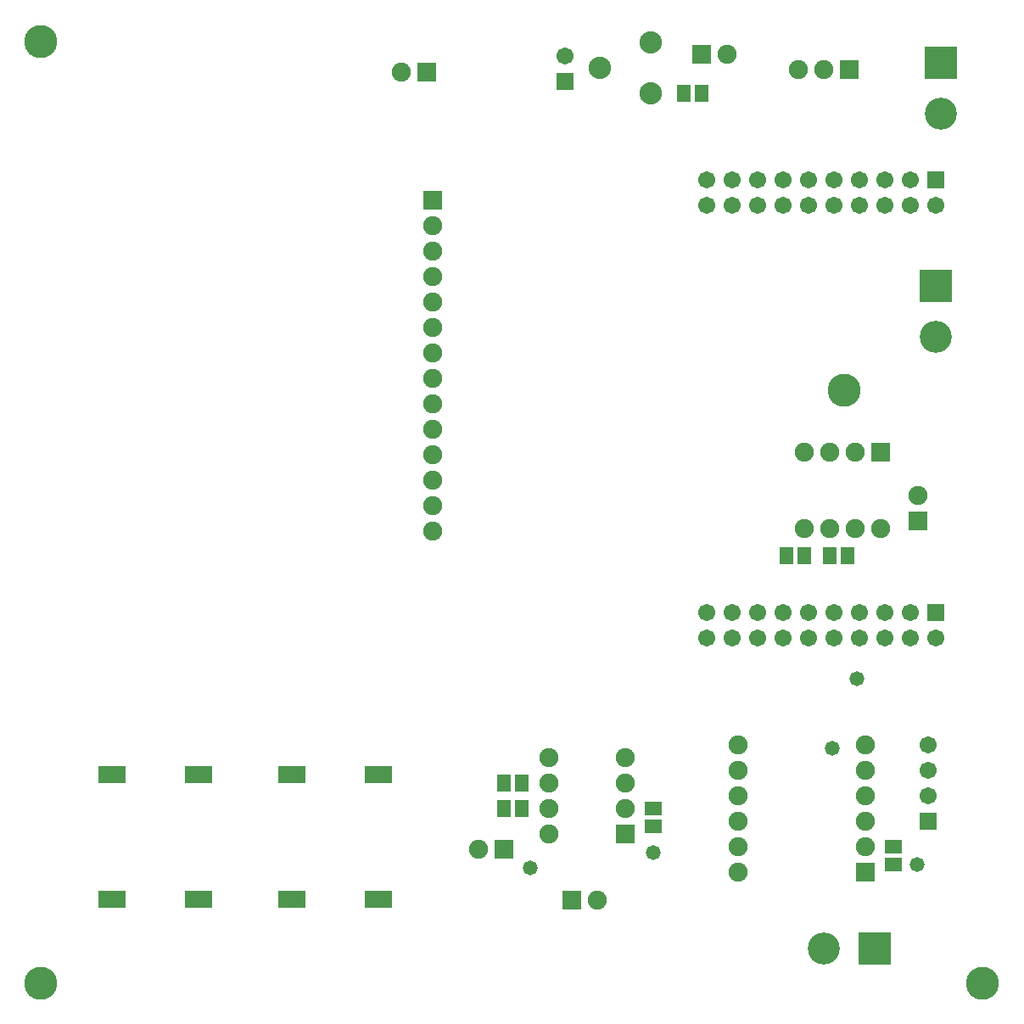
<source format=gts>
G04*
G04 #@! TF.GenerationSoftware,Altium Limited,Altium Designer,21.0.5 (76)*
G04*
G04 Layer_Color=8388736*
%FSLAX24Y24*%
%MOIN*%
G70*
G04*
G04 #@! TF.SameCoordinates,1F1A31E2-E608-47EA-9DE2-FAD69E6EB028*
G04*
G04*
G04 #@! TF.FilePolarity,Negative*
G04*
G01*
G75*
%ADD20R,0.0659X0.0537*%
%ADD21R,0.0537X0.0659*%
%ADD22R,0.1064X0.0671*%
%ADD23C,0.0749*%
%ADD24R,0.0749X0.0749*%
%ADD25C,0.1261*%
%ADD26R,0.1261X0.1261*%
%ADD27R,0.0749X0.0749*%
%ADD28C,0.0880*%
%ADD29R,0.1261X0.1261*%
%ADD30C,0.0671*%
%ADD31R,0.0671X0.0671*%
%ADD32R,0.0671X0.0671*%
%ADD33C,0.1300*%
%ADD34C,0.0580*%
D20*
X33500Y5350D02*
D03*
Y4650D02*
D03*
X24055Y6150D02*
D03*
Y6850D02*
D03*
D21*
X29299Y16800D02*
D03*
X30000D02*
D03*
X31701D02*
D03*
X31000D02*
D03*
X25250Y34950D02*
D03*
X25950D02*
D03*
X18200Y6850D02*
D03*
X18901D02*
D03*
X18200Y7850D02*
D03*
X18901D02*
D03*
D22*
X2800Y3300D02*
D03*
X6200D02*
D03*
X9850D02*
D03*
X13250D02*
D03*
X2800Y8200D02*
D03*
X6200D02*
D03*
X9850D02*
D03*
X13250D02*
D03*
D23*
X34450Y19150D02*
D03*
X29750Y35900D02*
D03*
X30750D02*
D03*
X26950Y36500D02*
D03*
X17200Y5250D02*
D03*
X27400Y5350D02*
D03*
Y7350D02*
D03*
Y8350D02*
D03*
Y4350D02*
D03*
Y6350D02*
D03*
Y9350D02*
D03*
X32400D02*
D03*
Y8350D02*
D03*
Y6350D02*
D03*
Y5350D02*
D03*
Y7350D02*
D03*
X19950Y5850D02*
D03*
Y6850D02*
D03*
Y7850D02*
D03*
Y8850D02*
D03*
X22950D02*
D03*
Y7850D02*
D03*
Y6850D02*
D03*
X15400Y29750D02*
D03*
Y28750D02*
D03*
Y27750D02*
D03*
Y26750D02*
D03*
Y25750D02*
D03*
Y24750D02*
D03*
Y23750D02*
D03*
Y22750D02*
D03*
Y21750D02*
D03*
Y20750D02*
D03*
Y19750D02*
D03*
Y18750D02*
D03*
Y17750D02*
D03*
X14150Y35800D02*
D03*
X33000Y17850D02*
D03*
X32000D02*
D03*
X31000D02*
D03*
X30000D02*
D03*
Y20850D02*
D03*
X31000D02*
D03*
X32000D02*
D03*
X21850Y3250D02*
D03*
D24*
X34450Y18150D02*
D03*
X15400Y30750D02*
D03*
X33000Y20850D02*
D03*
D25*
X30750Y1350D02*
D03*
X35370Y34144D02*
D03*
X35150Y25400D02*
D03*
D26*
X32750Y1350D02*
D03*
D27*
X31750Y35900D02*
D03*
X25950Y36500D02*
D03*
X18200Y5250D02*
D03*
X32400Y4350D02*
D03*
X22950Y5850D02*
D03*
X15150Y35800D02*
D03*
X20850Y3250D02*
D03*
D28*
X23950Y34950D02*
D03*
Y36950D02*
D03*
X21950Y35950D02*
D03*
D29*
X35370Y36144D02*
D03*
X35150Y27400D02*
D03*
D30*
X26150Y30558D02*
D03*
Y31558D02*
D03*
X27150Y30558D02*
D03*
Y31558D02*
D03*
X28150Y30558D02*
D03*
Y31558D02*
D03*
X29150Y30558D02*
D03*
Y31558D02*
D03*
X30150Y30558D02*
D03*
Y31558D02*
D03*
X31150Y30558D02*
D03*
Y31558D02*
D03*
X32150Y30558D02*
D03*
Y31558D02*
D03*
X33150Y30558D02*
D03*
Y31558D02*
D03*
X34150Y30558D02*
D03*
Y31558D02*
D03*
X35150Y30558D02*
D03*
X34850Y7350D02*
D03*
Y8350D02*
D03*
Y9350D02*
D03*
X26150Y13558D02*
D03*
Y14558D02*
D03*
X27150Y13558D02*
D03*
Y14558D02*
D03*
X28150Y13558D02*
D03*
Y14558D02*
D03*
X29150Y13558D02*
D03*
Y14558D02*
D03*
X30150Y13558D02*
D03*
Y14558D02*
D03*
X31150Y13558D02*
D03*
Y14558D02*
D03*
X32150Y13558D02*
D03*
Y14558D02*
D03*
X33150Y13558D02*
D03*
Y14558D02*
D03*
X34150Y13558D02*
D03*
Y14558D02*
D03*
X35150Y13558D02*
D03*
X20591Y36417D02*
D03*
D31*
X35150Y31558D02*
D03*
Y14558D02*
D03*
D32*
X34850Y6350D02*
D03*
X20591Y35417D02*
D03*
D33*
X-0Y37008D02*
D03*
Y0D02*
D03*
X37008D02*
D03*
X31575Y23307D02*
D03*
D34*
X32047Y11968D02*
D03*
X31102Y9213D02*
D03*
X19213Y4528D02*
D03*
X24069Y5124D02*
D03*
X34409Y4646D02*
D03*
M02*

</source>
